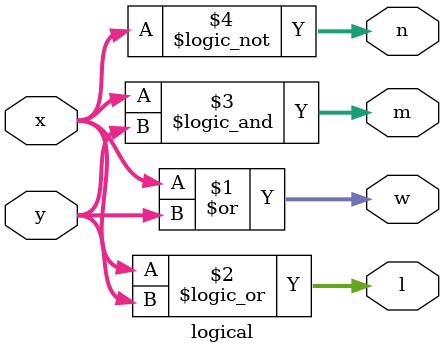
<source format=v>
module logical(w,l,m,n,x,y);
output [3:0]w,l,m,n;
input [3:0]x,y;
assign w=x|y;
assign l=x||y;
assign m=x&&y;
assign n=!x;
endmodule


</source>
